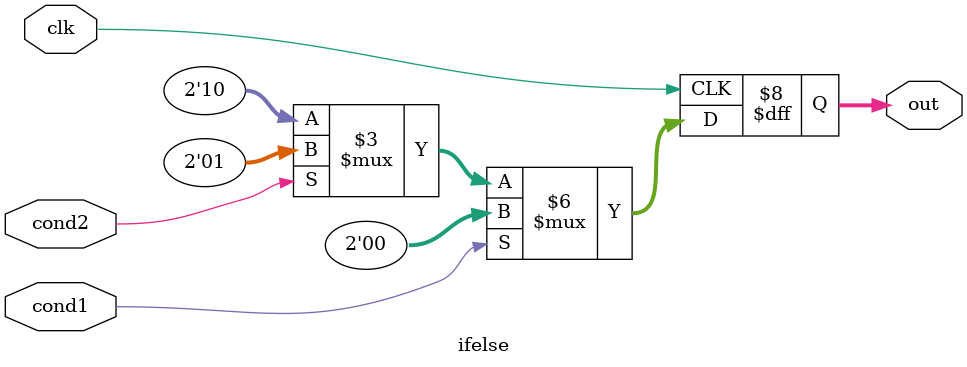
<source format=v>
module nested(
	input clk,
	input [7:0] A,
	input [7:0] B,
	input [3:0] mode1,
	input [3:0] mode2,
	output reg [7:0] result1,
	output reg [7:0] result2,
	output reg [1:0] arith
);

	localparam OP_A = 4'b0000;
	localparam OP_BA = 4'b0001;
	localparam OP_BB = 4'b0010;
	localparam OP_C = 4'b0011;

	always @(posedge clk)
	begin
		case (mode1)
			OP_A: begin
				result1 = A + B;
				result2 = A - B;
				arith = 2'b01;
			end
			OP_BA , OP_BB : begin
				result1 = A * B;
				result2 = A / B;
				arith = 2'b00;
			end
			OP_C : begin
				arith = 2'b10;
				case (mode2)
					OP_A: begin
						result1 = ~B;
						result2 = B;
					end
					OP_C: begin
						result1 = A ^ B;
						result2 = A == B;
					end
					default: begin
						result1 = 1'b0;
						// result2 omitted
					end
				endcase
			end
			default: begin
				result1 = 8'b0;
				result2 = 8'b0;
				arith = 2'b11;
			end
		endcase
	end
endmodule

module tiny(
	input clk,
	input ya,
	input [7:0] in,
	output reg [7:0] out,
);
	always @(posedge clk)
	begin
		case (ya)
			1'b1: begin
				out = in;
			end
		endcase
	end
endmodule

module tiny2(
	input clk,
	input [1:0] ya,
	input [7:0] in,
	output reg [7:0] out,
);
	always @(posedge clk)
	begin
		case (ya)
			2'b01: begin
				out = in;
			end
			2'b10: begin
				out = 1'b1;
			end
			default begin
				out = 1'b0;
			end
		endcase
	end
endmodule

module ifelse(input clk,
	input cond1,
	input cond2,
	output reg [1:0] out
);

	always @(posedge clk) begin
		if (cond1) begin
			out <= 0;
		end else begin
			if(cond2)
				begin
					out <= 1;
				end
			else
				begin
					out <= 2;
				end
		end
	end
endmodule

</source>
